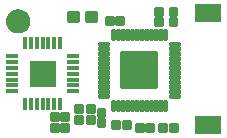
<source format=gbs>
G75*
%MOIN*%
%OFA0B0*%
%FSLAX25Y25*%
%IPPOS*%
%LPD*%
%AMOC8*
5,1,8,0,0,1.08239X$1,22.5*
%
%ADD10C,0.04000*%
%ADD11R,0.08674X0.06312*%
%ADD12C,0.01650*%
%ADD13R,0.04343X0.01800*%
%ADD14R,0.01800X0.04343*%
%ADD15R,0.08600X0.08600*%
%ADD16C,0.01075*%
%ADD17C,0.01261*%
%ADD18C,0.00892*%
D10*
X0008715Y0064600D02*
X0008717Y0064689D01*
X0008723Y0064778D01*
X0008733Y0064866D01*
X0008747Y0064954D01*
X0008765Y0065042D01*
X0008787Y0065128D01*
X0008812Y0065213D01*
X0008842Y0065297D01*
X0008875Y0065380D01*
X0008912Y0065461D01*
X0008952Y0065541D01*
X0008996Y0065618D01*
X0009043Y0065694D01*
X0009094Y0065767D01*
X0009148Y0065838D01*
X0009205Y0065906D01*
X0009265Y0065972D01*
X0009328Y0066035D01*
X0009394Y0066095D01*
X0009462Y0066152D01*
X0009533Y0066206D01*
X0009606Y0066257D01*
X0009682Y0066304D01*
X0009759Y0066348D01*
X0009839Y0066388D01*
X0009920Y0066425D01*
X0010003Y0066458D01*
X0010087Y0066488D01*
X0010172Y0066513D01*
X0010258Y0066535D01*
X0010346Y0066553D01*
X0010434Y0066567D01*
X0010522Y0066577D01*
X0010611Y0066583D01*
X0010700Y0066585D01*
X0010789Y0066583D01*
X0010878Y0066577D01*
X0010966Y0066567D01*
X0011054Y0066553D01*
X0011142Y0066535D01*
X0011228Y0066513D01*
X0011313Y0066488D01*
X0011397Y0066458D01*
X0011480Y0066425D01*
X0011561Y0066388D01*
X0011641Y0066348D01*
X0011718Y0066304D01*
X0011794Y0066257D01*
X0011867Y0066206D01*
X0011938Y0066152D01*
X0012006Y0066095D01*
X0012072Y0066035D01*
X0012135Y0065972D01*
X0012195Y0065906D01*
X0012252Y0065838D01*
X0012306Y0065767D01*
X0012357Y0065694D01*
X0012404Y0065618D01*
X0012448Y0065541D01*
X0012488Y0065461D01*
X0012525Y0065380D01*
X0012558Y0065297D01*
X0012588Y0065213D01*
X0012613Y0065128D01*
X0012635Y0065042D01*
X0012653Y0064954D01*
X0012667Y0064866D01*
X0012677Y0064778D01*
X0012683Y0064689D01*
X0012685Y0064600D01*
X0012683Y0064511D01*
X0012677Y0064422D01*
X0012667Y0064334D01*
X0012653Y0064246D01*
X0012635Y0064158D01*
X0012613Y0064072D01*
X0012588Y0063987D01*
X0012558Y0063903D01*
X0012525Y0063820D01*
X0012488Y0063739D01*
X0012448Y0063659D01*
X0012404Y0063582D01*
X0012357Y0063506D01*
X0012306Y0063433D01*
X0012252Y0063362D01*
X0012195Y0063294D01*
X0012135Y0063228D01*
X0012072Y0063165D01*
X0012006Y0063105D01*
X0011938Y0063048D01*
X0011867Y0062994D01*
X0011794Y0062943D01*
X0011718Y0062896D01*
X0011641Y0062852D01*
X0011561Y0062812D01*
X0011480Y0062775D01*
X0011397Y0062742D01*
X0011313Y0062712D01*
X0011228Y0062687D01*
X0011142Y0062665D01*
X0011054Y0062647D01*
X0010966Y0062633D01*
X0010878Y0062623D01*
X0010789Y0062617D01*
X0010700Y0062615D01*
X0010611Y0062617D01*
X0010522Y0062623D01*
X0010434Y0062633D01*
X0010346Y0062647D01*
X0010258Y0062665D01*
X0010172Y0062687D01*
X0010087Y0062712D01*
X0010003Y0062742D01*
X0009920Y0062775D01*
X0009839Y0062812D01*
X0009759Y0062852D01*
X0009682Y0062896D01*
X0009606Y0062943D01*
X0009533Y0062994D01*
X0009462Y0063048D01*
X0009394Y0063105D01*
X0009328Y0063165D01*
X0009265Y0063228D01*
X0009205Y0063294D01*
X0009148Y0063362D01*
X0009094Y0063433D01*
X0009043Y0063506D01*
X0008996Y0063582D01*
X0008952Y0063659D01*
X0008912Y0063739D01*
X0008875Y0063820D01*
X0008842Y0063903D01*
X0008812Y0063987D01*
X0008787Y0064072D01*
X0008765Y0064158D01*
X0008747Y0064246D01*
X0008733Y0064334D01*
X0008723Y0064422D01*
X0008717Y0064511D01*
X0008715Y0064600D01*
D11*
X0074100Y0067401D03*
X0074100Y0029999D03*
D12*
X0023575Y0028275D02*
X0021925Y0028275D01*
X0021925Y0029925D01*
X0023575Y0029925D01*
X0023575Y0028275D01*
X0023575Y0029924D02*
X0021925Y0029924D01*
X0021925Y0032175D02*
X0023575Y0032175D01*
X0021925Y0032175D02*
X0021925Y0033825D01*
X0023575Y0033825D01*
X0023575Y0032175D01*
X0023575Y0033824D02*
X0021925Y0033824D01*
X0025425Y0032175D02*
X0027075Y0032175D01*
X0025425Y0032175D02*
X0025425Y0033825D01*
X0027075Y0033825D01*
X0027075Y0032175D01*
X0027075Y0033824D02*
X0025425Y0033824D01*
X0025425Y0028275D02*
X0027075Y0028275D01*
X0025425Y0028275D02*
X0025425Y0029925D01*
X0027075Y0029925D01*
X0027075Y0028275D01*
X0027075Y0029924D02*
X0025425Y0029924D01*
X0031625Y0031225D02*
X0031625Y0032875D01*
X0031625Y0031225D02*
X0029975Y0031225D01*
X0029975Y0032875D01*
X0031625Y0032875D01*
X0031625Y0032874D02*
X0029975Y0032874D01*
X0031625Y0034725D02*
X0031625Y0036375D01*
X0031625Y0034725D02*
X0029975Y0034725D01*
X0029975Y0036375D01*
X0031625Y0036375D01*
X0031625Y0036374D02*
X0029975Y0036374D01*
X0033975Y0036375D02*
X0033975Y0034725D01*
X0033975Y0036375D02*
X0035625Y0036375D01*
X0035625Y0034725D01*
X0033975Y0034725D01*
X0033975Y0036374D02*
X0035625Y0036374D01*
X0039125Y0035175D02*
X0039125Y0033525D01*
X0037475Y0033525D01*
X0037475Y0035175D01*
X0039125Y0035175D01*
X0039125Y0035174D02*
X0037475Y0035174D01*
X0033975Y0032875D02*
X0033975Y0031225D01*
X0033975Y0032875D02*
X0035625Y0032875D01*
X0035625Y0031225D01*
X0033975Y0031225D01*
X0033975Y0032874D02*
X0035625Y0032874D01*
X0039125Y0031675D02*
X0039125Y0030025D01*
X0037475Y0030025D01*
X0037475Y0031675D01*
X0039125Y0031675D01*
X0039125Y0031674D02*
X0037475Y0031674D01*
X0042425Y0031025D02*
X0044075Y0031025D01*
X0044075Y0029375D01*
X0042425Y0029375D01*
X0042425Y0031025D01*
X0042425Y0031024D02*
X0044075Y0031024D01*
X0045925Y0031025D02*
X0047575Y0031025D01*
X0047575Y0029375D01*
X0045925Y0029375D01*
X0045925Y0031025D01*
X0045925Y0031024D02*
X0047575Y0031024D01*
X0050225Y0028375D02*
X0051875Y0028375D01*
X0050225Y0028375D02*
X0050225Y0030025D01*
X0051875Y0030025D01*
X0051875Y0028375D01*
X0051875Y0030024D02*
X0050225Y0030024D01*
X0053725Y0028375D02*
X0055375Y0028375D01*
X0053725Y0028375D02*
X0053725Y0030025D01*
X0055375Y0030025D01*
X0055375Y0028375D01*
X0055375Y0030024D02*
X0053725Y0030024D01*
X0058025Y0028375D02*
X0059675Y0028375D01*
X0058025Y0028375D02*
X0058025Y0030025D01*
X0059675Y0030025D01*
X0059675Y0028375D01*
X0059675Y0030024D02*
X0058025Y0030024D01*
X0061525Y0028375D02*
X0063175Y0028375D01*
X0061525Y0028375D02*
X0061525Y0030025D01*
X0063175Y0030025D01*
X0063175Y0028375D01*
X0063175Y0030024D02*
X0061525Y0030024D01*
X0063125Y0063625D02*
X0063125Y0065275D01*
X0063125Y0063625D02*
X0061475Y0063625D01*
X0061475Y0065275D01*
X0063125Y0065275D01*
X0063125Y0065274D02*
X0061475Y0065274D01*
X0063125Y0067125D02*
X0063125Y0068775D01*
X0063125Y0067125D02*
X0061475Y0067125D01*
X0061475Y0068775D01*
X0063125Y0068775D01*
X0063125Y0068774D02*
X0061475Y0068774D01*
X0056775Y0068775D02*
X0056775Y0067125D01*
X0056775Y0068775D02*
X0058425Y0068775D01*
X0058425Y0067125D01*
X0056775Y0067125D01*
X0056775Y0068774D02*
X0058425Y0068774D01*
X0056775Y0065275D02*
X0056775Y0063625D01*
X0056775Y0065275D02*
X0058425Y0065275D01*
X0058425Y0063625D01*
X0056775Y0063625D01*
X0056775Y0065274D02*
X0058425Y0065274D01*
X0045375Y0064075D02*
X0043725Y0064075D01*
X0043725Y0065725D01*
X0045375Y0065725D01*
X0045375Y0064075D01*
X0045375Y0065724D02*
X0043725Y0065724D01*
X0041875Y0064075D02*
X0040225Y0064075D01*
X0040225Y0065725D01*
X0041875Y0065725D01*
X0041875Y0064075D01*
X0041875Y0065724D02*
X0040225Y0065724D01*
D13*
X0028998Y0053106D03*
X0028998Y0051137D03*
X0028998Y0049169D03*
X0028998Y0047200D03*
X0028998Y0045232D03*
X0028998Y0043263D03*
X0028998Y0041295D03*
X0008604Y0041295D03*
X0008604Y0043263D03*
X0008604Y0045232D03*
X0008604Y0047200D03*
X0008604Y0049169D03*
X0008604Y0051137D03*
X0008604Y0053106D03*
D14*
X0012895Y0057397D03*
X0014864Y0057397D03*
X0016832Y0057397D03*
X0018801Y0057397D03*
X0020769Y0057397D03*
X0022738Y0057397D03*
X0024706Y0057397D03*
X0024706Y0037003D03*
X0022738Y0037003D03*
X0020769Y0037003D03*
X0018801Y0037003D03*
X0016832Y0037003D03*
X0014864Y0037003D03*
X0012895Y0037003D03*
D15*
X0018801Y0047200D03*
D16*
X0027437Y0067813D02*
X0030663Y0067813D01*
X0030663Y0064587D01*
X0027437Y0064587D01*
X0027437Y0067813D01*
X0027437Y0065661D02*
X0030663Y0065661D01*
X0030663Y0066735D02*
X0027437Y0066735D01*
X0027437Y0067809D02*
X0030663Y0067809D01*
X0033437Y0067813D02*
X0036663Y0067813D01*
X0036663Y0064587D01*
X0033437Y0064587D01*
X0033437Y0067813D01*
X0033437Y0065661D02*
X0036663Y0065661D01*
X0036663Y0066735D02*
X0033437Y0066735D01*
X0033437Y0067809D02*
X0036663Y0067809D01*
D17*
X0056675Y0054075D02*
X0056675Y0042725D01*
X0045325Y0042725D01*
X0045325Y0054075D01*
X0056675Y0054075D01*
X0056675Y0043985D02*
X0045325Y0043985D01*
X0045325Y0045245D02*
X0056675Y0045245D01*
X0056675Y0046505D02*
X0045325Y0046505D01*
X0045325Y0047765D02*
X0056675Y0047765D01*
X0056675Y0049025D02*
X0045325Y0049025D01*
X0045325Y0050285D02*
X0056675Y0050285D01*
X0056675Y0051545D02*
X0045325Y0051545D01*
X0045325Y0052805D02*
X0056675Y0052805D01*
X0056675Y0054065D02*
X0045325Y0054065D01*
D18*
X0040718Y0053466D02*
X0037660Y0053466D01*
X0037660Y0054358D01*
X0040718Y0054358D01*
X0040718Y0053466D01*
X0040718Y0054357D02*
X0037660Y0054357D01*
X0037660Y0055041D02*
X0040718Y0055041D01*
X0037660Y0055041D02*
X0037660Y0055933D01*
X0040718Y0055933D01*
X0040718Y0055041D01*
X0040718Y0055932D02*
X0037660Y0055932D01*
X0037660Y0056616D02*
X0040718Y0056616D01*
X0037660Y0056616D02*
X0037660Y0057508D01*
X0040718Y0057508D01*
X0040718Y0056616D01*
X0040718Y0057507D02*
X0037660Y0057507D01*
X0037660Y0051891D02*
X0040718Y0051891D01*
X0037660Y0051891D02*
X0037660Y0052783D01*
X0040718Y0052783D01*
X0040718Y0051891D01*
X0040718Y0052782D02*
X0037660Y0052782D01*
X0037660Y0050316D02*
X0040718Y0050316D01*
X0037660Y0050316D02*
X0037660Y0051208D01*
X0040718Y0051208D01*
X0040718Y0050316D01*
X0040718Y0051207D02*
X0037660Y0051207D01*
X0037660Y0048741D02*
X0040718Y0048741D01*
X0037660Y0048741D02*
X0037660Y0049633D01*
X0040718Y0049633D01*
X0040718Y0048741D01*
X0040718Y0049632D02*
X0037660Y0049632D01*
X0037660Y0047167D02*
X0040718Y0047167D01*
X0037660Y0047167D02*
X0037660Y0048059D01*
X0040718Y0048059D01*
X0040718Y0047167D01*
X0040718Y0048058D02*
X0037660Y0048058D01*
X0037660Y0045592D02*
X0040718Y0045592D01*
X0037660Y0045592D02*
X0037660Y0046484D01*
X0040718Y0046484D01*
X0040718Y0045592D01*
X0040718Y0046483D02*
X0037660Y0046483D01*
X0037660Y0044017D02*
X0040718Y0044017D01*
X0037660Y0044017D02*
X0037660Y0044909D01*
X0040718Y0044909D01*
X0040718Y0044017D01*
X0040718Y0044908D02*
X0037660Y0044908D01*
X0037660Y0042442D02*
X0040718Y0042442D01*
X0037660Y0042442D02*
X0037660Y0043334D01*
X0040718Y0043334D01*
X0040718Y0042442D01*
X0040718Y0043333D02*
X0037660Y0043333D01*
X0037660Y0040867D02*
X0040718Y0040867D01*
X0037660Y0040867D02*
X0037660Y0041759D01*
X0040718Y0041759D01*
X0040718Y0040867D01*
X0040718Y0041758D02*
X0037660Y0041758D01*
X0037660Y0039293D02*
X0040718Y0039293D01*
X0037660Y0039293D02*
X0037660Y0040185D01*
X0040718Y0040185D01*
X0040718Y0039293D01*
X0040718Y0040184D02*
X0037660Y0040184D01*
X0042785Y0038118D02*
X0042785Y0035060D01*
X0041893Y0035060D01*
X0041893Y0038118D01*
X0042785Y0038118D01*
X0042785Y0035951D02*
X0041893Y0035951D01*
X0041893Y0036842D02*
X0042785Y0036842D01*
X0042785Y0037733D02*
X0041893Y0037733D01*
X0044359Y0038118D02*
X0044359Y0035060D01*
X0043467Y0035060D01*
X0043467Y0038118D01*
X0044359Y0038118D01*
X0044359Y0035951D02*
X0043467Y0035951D01*
X0043467Y0036842D02*
X0044359Y0036842D01*
X0044359Y0037733D02*
X0043467Y0037733D01*
X0045934Y0038118D02*
X0045934Y0035060D01*
X0045042Y0035060D01*
X0045042Y0038118D01*
X0045934Y0038118D01*
X0045934Y0035951D02*
X0045042Y0035951D01*
X0045042Y0036842D02*
X0045934Y0036842D01*
X0045934Y0037733D02*
X0045042Y0037733D01*
X0047509Y0038118D02*
X0047509Y0035060D01*
X0046617Y0035060D01*
X0046617Y0038118D01*
X0047509Y0038118D01*
X0047509Y0035951D02*
X0046617Y0035951D01*
X0046617Y0036842D02*
X0047509Y0036842D01*
X0047509Y0037733D02*
X0046617Y0037733D01*
X0049084Y0038118D02*
X0049084Y0035060D01*
X0048192Y0035060D01*
X0048192Y0038118D01*
X0049084Y0038118D01*
X0049084Y0035951D02*
X0048192Y0035951D01*
X0048192Y0036842D02*
X0049084Y0036842D01*
X0049084Y0037733D02*
X0048192Y0037733D01*
X0050659Y0038118D02*
X0050659Y0035060D01*
X0049767Y0035060D01*
X0049767Y0038118D01*
X0050659Y0038118D01*
X0050659Y0035951D02*
X0049767Y0035951D01*
X0049767Y0036842D02*
X0050659Y0036842D01*
X0050659Y0037733D02*
X0049767Y0037733D01*
X0052233Y0038118D02*
X0052233Y0035060D01*
X0051341Y0035060D01*
X0051341Y0038118D01*
X0052233Y0038118D01*
X0052233Y0035951D02*
X0051341Y0035951D01*
X0051341Y0036842D02*
X0052233Y0036842D01*
X0052233Y0037733D02*
X0051341Y0037733D01*
X0053808Y0038118D02*
X0053808Y0035060D01*
X0052916Y0035060D01*
X0052916Y0038118D01*
X0053808Y0038118D01*
X0053808Y0035951D02*
X0052916Y0035951D01*
X0052916Y0036842D02*
X0053808Y0036842D01*
X0053808Y0037733D02*
X0052916Y0037733D01*
X0055383Y0038118D02*
X0055383Y0035060D01*
X0054491Y0035060D01*
X0054491Y0038118D01*
X0055383Y0038118D01*
X0055383Y0035951D02*
X0054491Y0035951D01*
X0054491Y0036842D02*
X0055383Y0036842D01*
X0055383Y0037733D02*
X0054491Y0037733D01*
X0056958Y0038118D02*
X0056958Y0035060D01*
X0056066Y0035060D01*
X0056066Y0038118D01*
X0056958Y0038118D01*
X0056958Y0035951D02*
X0056066Y0035951D01*
X0056066Y0036842D02*
X0056958Y0036842D01*
X0056958Y0037733D02*
X0056066Y0037733D01*
X0058533Y0038118D02*
X0058533Y0035060D01*
X0057641Y0035060D01*
X0057641Y0038118D01*
X0058533Y0038118D01*
X0058533Y0035951D02*
X0057641Y0035951D01*
X0057641Y0036842D02*
X0058533Y0036842D01*
X0058533Y0037733D02*
X0057641Y0037733D01*
X0060107Y0038118D02*
X0060107Y0035060D01*
X0059215Y0035060D01*
X0059215Y0038118D01*
X0060107Y0038118D01*
X0060107Y0035951D02*
X0059215Y0035951D01*
X0059215Y0036842D02*
X0060107Y0036842D01*
X0060107Y0037733D02*
X0059215Y0037733D01*
X0061282Y0040185D02*
X0064340Y0040185D01*
X0064340Y0039293D01*
X0061282Y0039293D01*
X0061282Y0040185D01*
X0061282Y0040184D02*
X0064340Y0040184D01*
X0064340Y0041759D02*
X0061282Y0041759D01*
X0064340Y0041759D02*
X0064340Y0040867D01*
X0061282Y0040867D01*
X0061282Y0041759D01*
X0061282Y0041758D02*
X0064340Y0041758D01*
X0064340Y0043334D02*
X0061282Y0043334D01*
X0064340Y0043334D02*
X0064340Y0042442D01*
X0061282Y0042442D01*
X0061282Y0043334D01*
X0061282Y0043333D02*
X0064340Y0043333D01*
X0064340Y0044909D02*
X0061282Y0044909D01*
X0064340Y0044909D02*
X0064340Y0044017D01*
X0061282Y0044017D01*
X0061282Y0044909D01*
X0061282Y0044908D02*
X0064340Y0044908D01*
X0064340Y0046484D02*
X0061282Y0046484D01*
X0064340Y0046484D02*
X0064340Y0045592D01*
X0061282Y0045592D01*
X0061282Y0046484D01*
X0061282Y0046483D02*
X0064340Y0046483D01*
X0064340Y0048059D02*
X0061282Y0048059D01*
X0064340Y0048059D02*
X0064340Y0047167D01*
X0061282Y0047167D01*
X0061282Y0048059D01*
X0061282Y0048058D02*
X0064340Y0048058D01*
X0064340Y0049633D02*
X0061282Y0049633D01*
X0064340Y0049633D02*
X0064340Y0048741D01*
X0061282Y0048741D01*
X0061282Y0049633D01*
X0061282Y0049632D02*
X0064340Y0049632D01*
X0064340Y0051208D02*
X0061282Y0051208D01*
X0064340Y0051208D02*
X0064340Y0050316D01*
X0061282Y0050316D01*
X0061282Y0051208D01*
X0061282Y0051207D02*
X0064340Y0051207D01*
X0064340Y0052783D02*
X0061282Y0052783D01*
X0064340Y0052783D02*
X0064340Y0051891D01*
X0061282Y0051891D01*
X0061282Y0052783D01*
X0061282Y0052782D02*
X0064340Y0052782D01*
X0064340Y0054358D02*
X0061282Y0054358D01*
X0064340Y0054358D02*
X0064340Y0053466D01*
X0061282Y0053466D01*
X0061282Y0054358D01*
X0061282Y0054357D02*
X0064340Y0054357D01*
X0064340Y0055933D02*
X0061282Y0055933D01*
X0064340Y0055933D02*
X0064340Y0055041D01*
X0061282Y0055041D01*
X0061282Y0055933D01*
X0061282Y0055932D02*
X0064340Y0055932D01*
X0064340Y0057508D02*
X0061282Y0057508D01*
X0064340Y0057508D02*
X0064340Y0056616D01*
X0061282Y0056616D01*
X0061282Y0057508D01*
X0061282Y0057507D02*
X0064340Y0057507D01*
X0059215Y0058682D02*
X0059215Y0061740D01*
X0060107Y0061740D01*
X0060107Y0058682D01*
X0059215Y0058682D01*
X0059215Y0059573D02*
X0060107Y0059573D01*
X0060107Y0060464D02*
X0059215Y0060464D01*
X0059215Y0061355D02*
X0060107Y0061355D01*
X0057641Y0061740D02*
X0057641Y0058682D01*
X0057641Y0061740D02*
X0058533Y0061740D01*
X0058533Y0058682D01*
X0057641Y0058682D01*
X0057641Y0059573D02*
X0058533Y0059573D01*
X0058533Y0060464D02*
X0057641Y0060464D01*
X0057641Y0061355D02*
X0058533Y0061355D01*
X0056066Y0061740D02*
X0056066Y0058682D01*
X0056066Y0061740D02*
X0056958Y0061740D01*
X0056958Y0058682D01*
X0056066Y0058682D01*
X0056066Y0059573D02*
X0056958Y0059573D01*
X0056958Y0060464D02*
X0056066Y0060464D01*
X0056066Y0061355D02*
X0056958Y0061355D01*
X0054491Y0061740D02*
X0054491Y0058682D01*
X0054491Y0061740D02*
X0055383Y0061740D01*
X0055383Y0058682D01*
X0054491Y0058682D01*
X0054491Y0059573D02*
X0055383Y0059573D01*
X0055383Y0060464D02*
X0054491Y0060464D01*
X0054491Y0061355D02*
X0055383Y0061355D01*
X0052916Y0061740D02*
X0052916Y0058682D01*
X0052916Y0061740D02*
X0053808Y0061740D01*
X0053808Y0058682D01*
X0052916Y0058682D01*
X0052916Y0059573D02*
X0053808Y0059573D01*
X0053808Y0060464D02*
X0052916Y0060464D01*
X0052916Y0061355D02*
X0053808Y0061355D01*
X0051341Y0061740D02*
X0051341Y0058682D01*
X0051341Y0061740D02*
X0052233Y0061740D01*
X0052233Y0058682D01*
X0051341Y0058682D01*
X0051341Y0059573D02*
X0052233Y0059573D01*
X0052233Y0060464D02*
X0051341Y0060464D01*
X0051341Y0061355D02*
X0052233Y0061355D01*
X0049767Y0061740D02*
X0049767Y0058682D01*
X0049767Y0061740D02*
X0050659Y0061740D01*
X0050659Y0058682D01*
X0049767Y0058682D01*
X0049767Y0059573D02*
X0050659Y0059573D01*
X0050659Y0060464D02*
X0049767Y0060464D01*
X0049767Y0061355D02*
X0050659Y0061355D01*
X0048192Y0061740D02*
X0048192Y0058682D01*
X0048192Y0061740D02*
X0049084Y0061740D01*
X0049084Y0058682D01*
X0048192Y0058682D01*
X0048192Y0059573D02*
X0049084Y0059573D01*
X0049084Y0060464D02*
X0048192Y0060464D01*
X0048192Y0061355D02*
X0049084Y0061355D01*
X0046617Y0061740D02*
X0046617Y0058682D01*
X0046617Y0061740D02*
X0047509Y0061740D01*
X0047509Y0058682D01*
X0046617Y0058682D01*
X0046617Y0059573D02*
X0047509Y0059573D01*
X0047509Y0060464D02*
X0046617Y0060464D01*
X0046617Y0061355D02*
X0047509Y0061355D01*
X0045042Y0061740D02*
X0045042Y0058682D01*
X0045042Y0061740D02*
X0045934Y0061740D01*
X0045934Y0058682D01*
X0045042Y0058682D01*
X0045042Y0059573D02*
X0045934Y0059573D01*
X0045934Y0060464D02*
X0045042Y0060464D01*
X0045042Y0061355D02*
X0045934Y0061355D01*
X0043467Y0061740D02*
X0043467Y0058682D01*
X0043467Y0061740D02*
X0044359Y0061740D01*
X0044359Y0058682D01*
X0043467Y0058682D01*
X0043467Y0059573D02*
X0044359Y0059573D01*
X0044359Y0060464D02*
X0043467Y0060464D01*
X0043467Y0061355D02*
X0044359Y0061355D01*
X0041893Y0061740D02*
X0041893Y0058682D01*
X0041893Y0061740D02*
X0042785Y0061740D01*
X0042785Y0058682D01*
X0041893Y0058682D01*
X0041893Y0059573D02*
X0042785Y0059573D01*
X0042785Y0060464D02*
X0041893Y0060464D01*
X0041893Y0061355D02*
X0042785Y0061355D01*
M02*

</source>
